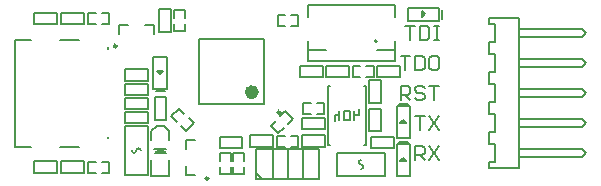
<source format=gto>
G04*
G04 #@! TF.GenerationSoftware,Altium Limited,Altium Designer,22.1.2 (22)*
G04*
G04 Layer_Color=65535*
%FSLAX25Y25*%
%MOIN*%
G70*
G04*
G04 #@! TF.SameCoordinates,32997ABC-C250-4A50-851A-9512557143E5*
G04*
G04*
G04 #@! TF.FilePolarity,Positive*
G04*
G01*
G75*
%ADD10C,0.00984*%
%ADD11C,0.00787*%
%ADD12C,0.02362*%
%ADD13C,0.00600*%
%ADD14C,0.00700*%
%ADD15C,0.00598*%
%ADD16C,0.00800*%
D10*
X33563Y45079D02*
G03*
X33563Y45079I-492J0D01*
G01*
X64126Y913D02*
G03*
X64126Y913I-492J0D01*
G01*
X88090Y23031D02*
G03*
X88090Y23031I-492J0D01*
G01*
D11*
X120275Y46654D02*
G03*
X120275Y46654I-394J0D01*
G01*
X42913Y51968D02*
X46063D01*
Y49213D02*
Y51968D01*
X34252D02*
X37402D01*
X34252Y49213D02*
Y51968D01*
X56744Y2094D02*
X59500D01*
X56744D02*
Y5244D01*
Y13905D02*
X59500D01*
X56744Y10756D02*
Y13905D01*
X82480Y25787D02*
Y47441D01*
X60827Y25787D02*
Y47441D01*
Y25787D02*
X82480D01*
X60827Y47441D02*
X82480D01*
D12*
X79724Y29724D02*
G03*
X79724Y29724I-1181J0D01*
G01*
D13*
X41559Y10236D02*
G03*
X40059Y10236I-750J0D01*
G01*
X38559D02*
G03*
X40059Y10236I750J0D01*
G01*
X114961Y4110D02*
G03*
X114961Y5610I0J750D01*
G01*
Y7110D02*
G03*
X114961Y5610I0J-750D01*
G01*
X50331Y30921D02*
Y41521D01*
X45731Y30921D02*
X50331D01*
X47056Y36621D02*
X49056D01*
X47056D02*
X48056Y35621D01*
X49056Y36621D01*
X45731Y30921D02*
Y41521D01*
X50331D01*
X46531Y30121D02*
X49531D01*
X117785Y16672D02*
Y24272D01*
X121585D01*
Y16672D02*
Y24272D01*
X117785Y16672D02*
X121585D01*
X118247Y11092D02*
X125847D01*
X118247D02*
Y14892D01*
X125847D01*
Y11092D02*
Y14892D01*
X120201Y43899D02*
X126181Y43898D01*
X97441D02*
X103386D01*
X126181Y39961D02*
Y46826D01*
X97441Y54945D02*
Y58858D01*
X126181D01*
Y54945D02*
Y58858D01*
X97441Y39961D02*
X126181D01*
X97441D02*
Y46826D01*
X127634Y13186D02*
X130634D01*
X126834Y1786D02*
X131434D01*
Y12386D01*
X128109Y6686D02*
X129109Y7686D01*
X130109Y6686D01*
X128109D02*
X130109D01*
X126834Y12386D02*
X131434D01*
X126834Y1786D02*
Y12386D01*
X126834Y14385D02*
Y24985D01*
X131434D01*
X128109Y19285D02*
X130109D01*
X129109Y20285D02*
X130109Y19285D01*
X128109D02*
X129109Y20285D01*
X131434Y14385D02*
Y24985D01*
X126834Y14385D02*
X131434D01*
X127634Y25785D02*
X130634D01*
X141926Y54090D02*
Y57090D01*
X130526Y53290D02*
Y57890D01*
Y53290D02*
X141126D01*
X135426Y56615D02*
X136426Y55615D01*
X135426Y54615D02*
X136426Y55615D01*
X135426Y54615D02*
Y56615D01*
X141126Y53290D02*
Y57890D01*
X130526D02*
X141126D01*
X112736Y20547D02*
Y23547D01*
X107736Y20547D02*
Y23547D01*
X106236Y22047D02*
X107736D01*
X106236Y20547D02*
Y22047D01*
X112736D02*
X114236D01*
Y24047D01*
X106236Y20047D02*
Y20547D01*
X111236D02*
Y23547D01*
X109236Y20547D02*
X111236D01*
X109236D02*
Y23547D01*
X111236D01*
X116536Y12204D02*
Y31889D01*
X115893Y12204D02*
X116536D01*
X115894Y31889D02*
X116536D01*
X103938D02*
X104579D01*
X103938Y12204D02*
X104581D01*
X103938D02*
Y31889D01*
X95551Y1181D02*
Y10905D01*
X90551Y905D02*
Y10630D01*
X85551Y905D02*
Y10905D01*
X80051Y905D02*
Y10905D01*
Y905D02*
X101051D01*
Y10905D01*
X80051D02*
X101051D01*
X80051Y2905D02*
X82051Y905D01*
X89746Y23394D02*
X92291Y20848D01*
X88017Y21665D02*
X89746Y23394D01*
X90563Y19119D02*
X92291Y20848D01*
X84874Y18522D02*
X87420Y15976D01*
X89148Y17705D01*
X84874Y18522D02*
X86603Y20251D01*
X67885Y9350D02*
X71485D01*
X67885Y6905D02*
Y9350D01*
X71485Y6905D02*
Y9350D01*
X67885Y2461D02*
X71485D01*
Y4905D01*
X67885Y2461D02*
Y4905D01*
X119193Y34814D02*
Y38414D01*
X116748D02*
X119193D01*
X116748Y34814D02*
X119193D01*
X112303D02*
Y38414D01*
Y34814D02*
X114748D01*
X112303Y38414D02*
X114748D01*
X36358Y19360D02*
Y23160D01*
Y19360D02*
X43957D01*
Y23160D01*
X36358D02*
X43957D01*
X24114Y52531D02*
Y56131D01*
Y52531D02*
X26559D01*
X24114Y56131D02*
X26559D01*
X31004Y52531D02*
Y56131D01*
X28559D02*
X31004D01*
X28559Y52531D02*
X31004D01*
X24114Y2924D02*
Y6524D01*
Y2924D02*
X26559D01*
X24114Y6524D02*
X26559D01*
X31004Y2924D02*
Y6524D01*
X28559D02*
X31004D01*
X28559Y2924D02*
X31004D01*
X22698Y2824D02*
Y6624D01*
X15098D02*
X22698D01*
X15098Y2824D02*
Y6624D01*
Y2824D02*
X22698D01*
X94122Y51878D02*
Y55478D01*
X91678D02*
X94122D01*
X91678Y51878D02*
X94122D01*
X87233D02*
Y55478D01*
Y51878D02*
X89678D01*
X87233Y55478D02*
X89678D01*
X51791Y21663D02*
X54337Y24209D01*
X51791Y21663D02*
X53520Y19934D01*
X54337Y24209D02*
X56066Y22480D01*
X56663Y16791D02*
X59209Y19337D01*
X57480Y21066D02*
X59209Y19337D01*
X54934Y18520D02*
X56663Y16791D01*
X52531Y50099D02*
X56131D01*
Y52543D01*
X52531Y50099D02*
Y52543D01*
Y56988D02*
X56131D01*
X52531Y54543D02*
Y56988D01*
X56131Y54543D02*
Y56988D01*
X72216Y9350D02*
X75816D01*
X72216Y6905D02*
Y9350D01*
X75816Y6905D02*
Y9350D01*
X72216Y2461D02*
X75816D01*
Y4905D01*
X72216Y2461D02*
Y4905D01*
X43957Y28809D02*
Y32609D01*
X36358D02*
X43957D01*
X36358Y28809D02*
Y32609D01*
Y28809D02*
X43957D01*
X46332Y9336D02*
X47932Y10936D01*
X46031D02*
X50032D01*
X48131D02*
X49832Y9336D01*
X46332D02*
X49832D01*
X47032Y9736D02*
X48731Y9636D01*
X48131Y10336D02*
X48731Y9636D01*
X47532Y10136D02*
X48131Y10336D01*
X36220Y2165D02*
Y18307D01*
X43996Y2165D02*
Y18307D01*
X22698Y52431D02*
Y56231D01*
X15098D02*
X22698D01*
X15098Y52431D02*
Y56231D01*
Y52431D02*
X22698D01*
X43957Y24084D02*
Y27884D01*
X36358D02*
X43957D01*
X36358Y24084D02*
Y27884D01*
Y24084D02*
X43957D01*
Y33533D02*
Y37333D01*
X36358D02*
X43957D01*
X36358Y33533D02*
Y37333D01*
Y33533D02*
X43957D01*
X6042Y52431D02*
Y56231D01*
Y52431D02*
X13643D01*
Y56231D01*
X6042D02*
X13643D01*
X6042Y2824D02*
Y6624D01*
Y2824D02*
X13643D01*
Y6624D01*
X6042D02*
X13643D01*
X106890Y9449D02*
X123031D01*
X106890Y1673D02*
X123031D01*
X47706Y57343D02*
X51506D01*
X47706Y49743D02*
Y57343D01*
Y49743D02*
X51506D01*
Y57343D01*
X102225Y34714D02*
Y38514D01*
X94625D02*
X102225D01*
X94625Y34714D02*
Y38514D01*
Y34714D02*
X102225D01*
X110887D02*
Y38514D01*
X103287D02*
X110887D01*
X103287Y34714D02*
Y38514D01*
Y34714D02*
X110887D01*
X127816D02*
Y38514D01*
X120216D02*
X127816D01*
X120216Y34714D02*
Y38514D01*
Y34714D02*
X127816D01*
X188728Y8150D02*
X190106Y9528D01*
X188189Y8150D02*
X188728D01*
Y10905D02*
X190106Y9528D01*
X188189Y10905D02*
X188728D01*
X157606Y4528D02*
Y6528D01*
X159606D01*
Y7528D01*
Y12528D01*
X157606D02*
X159606D01*
X157606D02*
Y14528D01*
Y4528D02*
X167606D01*
Y14528D01*
Y10905D02*
X188189D01*
X167606Y8150D02*
X188189D01*
X188728Y28150D02*
X190106Y29528D01*
X188189Y28150D02*
X188728D01*
Y30906D02*
X190106Y29528D01*
X188189Y30906D02*
X188728D01*
X157606Y24528D02*
Y26528D01*
X159606D01*
Y27528D01*
Y32528D01*
X157606D02*
X159606D01*
X157606D02*
Y34528D01*
X167606Y24528D02*
Y34528D01*
Y30906D02*
X188189D01*
X167606Y28150D02*
X188189D01*
X167606Y38150D02*
X188189D01*
X167606Y40905D02*
X188189D01*
X167606Y34528D02*
Y44528D01*
X157606Y42528D02*
Y44528D01*
Y42528D02*
X159606D01*
Y37528D02*
Y42528D01*
Y36528D02*
Y37528D01*
X157606Y36528D02*
X159606D01*
X157606Y34528D02*
Y36528D01*
X188189Y40905D02*
X188728D01*
X190106Y39528D01*
X188189Y38150D02*
X188728D01*
X190106Y39528D01*
X188728Y48150D02*
X190106Y49528D01*
X188189Y48150D02*
X188728D01*
Y50906D02*
X190106Y49528D01*
X188189Y50906D02*
X188728D01*
X157606Y44528D02*
Y46528D01*
X159606D01*
Y47528D01*
Y52528D01*
X157606D02*
X159606D01*
X157606D02*
Y54528D01*
X167606Y44528D02*
Y54528D01*
X157606D02*
X167606D01*
Y50906D02*
X188189D01*
X167606Y48150D02*
X188189D01*
X167606Y18150D02*
X188189D01*
X167606Y20906D02*
X188189D01*
X167606Y14528D02*
Y24528D01*
X157606Y22528D02*
Y24528D01*
Y22528D02*
X159606D01*
Y17528D02*
Y22528D01*
Y16528D02*
Y17528D01*
X157606Y16528D02*
X159606D01*
X157606Y14528D02*
Y16528D01*
X188189Y20906D02*
X188728D01*
X190106Y19528D01*
X188189Y18150D02*
X188728D01*
X190106Y19528D01*
X14780Y11585D02*
X20849D01*
X-296D02*
X5101D01*
X14754Y47244D02*
X20874D01*
X30511Y14345D02*
Y14493D01*
Y14838D01*
Y44217D02*
Y44711D01*
X-296Y11585D02*
Y47244D01*
X5126D01*
X75454Y11092D02*
Y14892D01*
X67853D02*
X75454D01*
X67853Y11092D02*
Y14892D01*
Y11092D02*
X75454D01*
X46132Y28209D02*
X49931D01*
X46132Y20609D02*
Y28209D01*
Y20609D02*
X49931D01*
Y28209D01*
X103013Y11486D02*
Y15286D01*
X95413D02*
X103013D01*
X95413Y11486D02*
Y15286D01*
Y11486D02*
X103013D01*
X95413Y17391D02*
Y21191D01*
Y17391D02*
X103013D01*
Y21191D01*
X95413D02*
X103013D01*
X93996Y11586D02*
Y15186D01*
X91551D02*
X93996D01*
X91551Y11586D02*
X93996D01*
X87106D02*
Y15186D01*
Y11586D02*
X89551D01*
X87106Y15186D02*
X89551D01*
X95768Y22610D02*
Y26209D01*
Y22610D02*
X98213D01*
X95768Y26209D02*
X98213D01*
X102657Y22610D02*
Y26209D01*
X100213D02*
X102657D01*
X100213Y22610D02*
X102657D01*
X85690Y11486D02*
Y15286D01*
X78090D02*
X85690D01*
X78090Y11486D02*
Y15286D01*
Y11486D02*
X85690D01*
X117785Y26121D02*
X121585D01*
Y33721D01*
X117785D02*
X121585D01*
X117785Y26121D02*
Y33721D01*
D14*
X46832Y18536D02*
X49332D01*
X51032Y16836D01*
Y13636D02*
Y16836D01*
X45031Y13636D02*
Y16736D01*
X46832Y18536D01*
X45031Y1936D02*
Y7136D01*
X51032Y1936D02*
Y7136D01*
X45031Y1936D02*
X51032D01*
D15*
X36220Y2165D02*
X43996D01*
X36220Y18307D02*
X43996D01*
X106890Y1673D02*
Y9449D01*
X123031Y1673D02*
Y9449D01*
D16*
X129736Y51927D02*
X132935D01*
X131335D01*
Y47128D01*
X134534Y51927D02*
Y47128D01*
X136934D01*
X137733Y47928D01*
Y51127D01*
X136934Y51927D01*
X134534D01*
X139333D02*
X140932D01*
X140132D01*
Y47128D01*
X139333D01*
X140932D01*
X132935Y21927D02*
X136134D01*
X134534D01*
Y17128D01*
X137733Y21927D02*
X140932Y17128D01*
Y21927D02*
X137733Y17128D01*
X128136Y41927D02*
X131335D01*
X129736D01*
Y37128D01*
X132935Y41927D02*
Y37128D01*
X135334D01*
X136134Y37928D01*
Y41127D01*
X135334Y41927D01*
X132935D01*
X140132D02*
X138533D01*
X137733Y41127D01*
Y37928D01*
X138533Y37128D01*
X140132D01*
X140932Y37928D01*
Y41127D01*
X140132Y41927D01*
X128136Y27128D02*
Y31927D01*
X130536D01*
X131335Y31127D01*
Y29528D01*
X130536Y28728D01*
X128136D01*
X129736D02*
X131335Y27128D01*
X136134Y31127D02*
X135334Y31927D01*
X133735D01*
X132935Y31127D01*
Y30327D01*
X133735Y29528D01*
X135334D01*
X136134Y28728D01*
Y27928D01*
X135334Y27128D01*
X133735D01*
X132935Y27928D01*
X137733Y31927D02*
X140932D01*
X139333D01*
Y27128D01*
X132935Y7128D02*
Y11927D01*
X135334D01*
X136134Y11127D01*
Y9528D01*
X135334Y8728D01*
X132935D01*
X134534D02*
X136134Y7128D01*
X137733Y11927D02*
X140932Y7128D01*
Y11927D02*
X137733Y7128D01*
M02*

</source>
